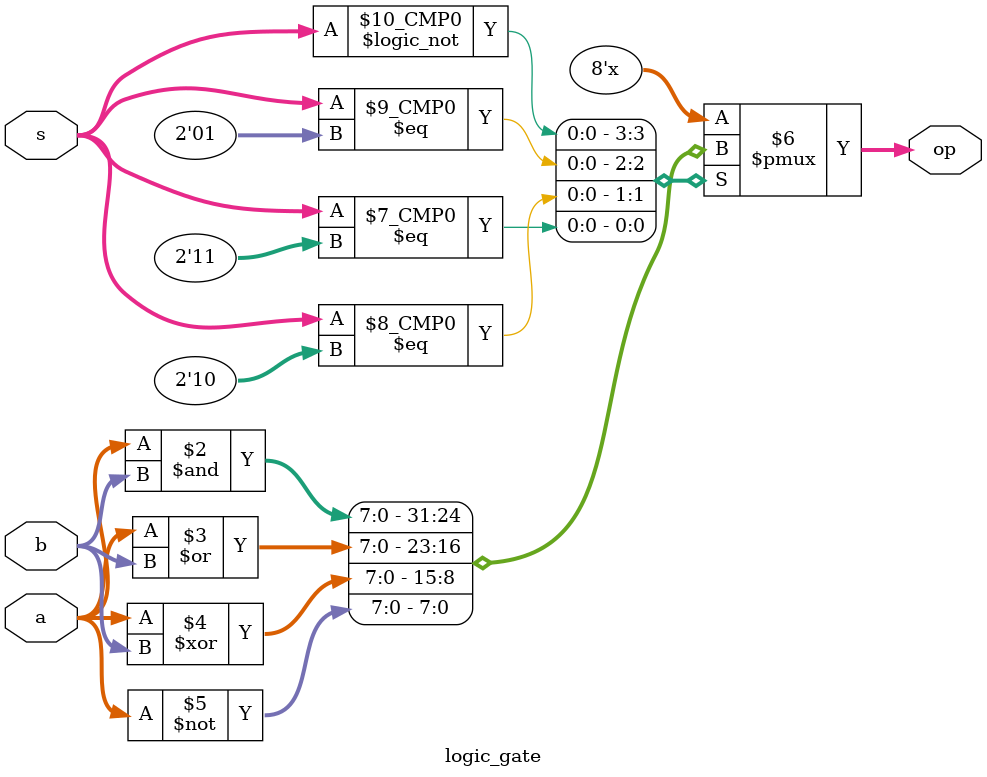
<source format=v>
module logic_gate (a,b,s,op);
input [7:0] a,b;
input [1:0] s;
output [7:0] op;
reg [7:0] op;
always@(*)begin
	case(s)
		2'b00:op=a&b;
		2'b01:op=a|b;
		2'b10:op=a^b;
		2'b11:op=~a;
	endcase
end
endmodule 

</source>
